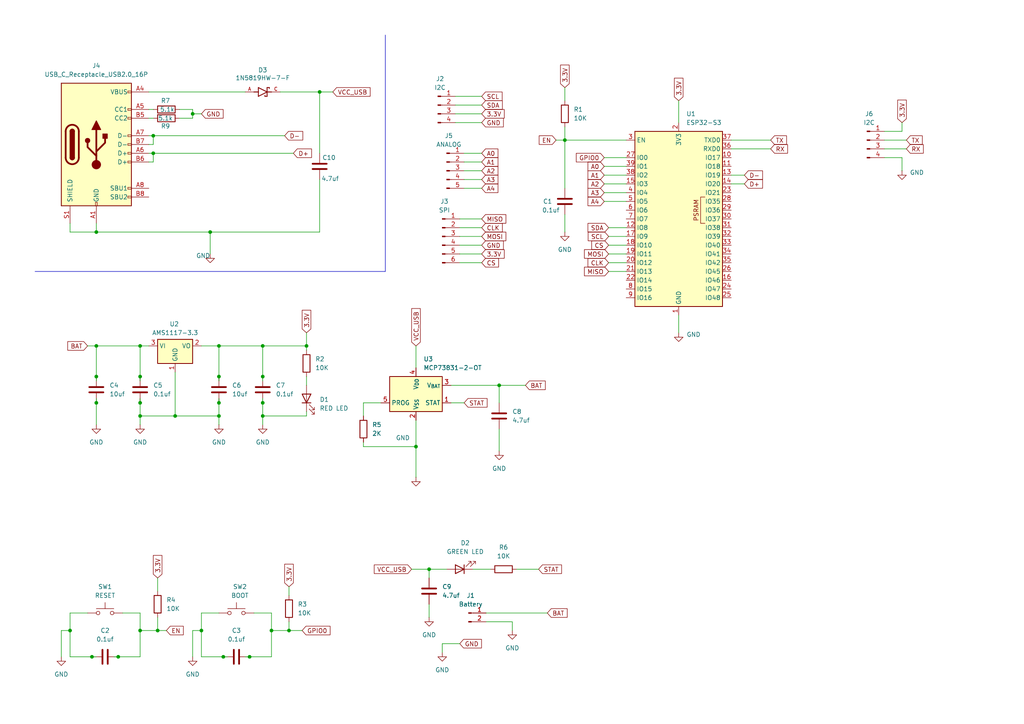
<source format=kicad_sch>
(kicad_sch (version 20231120) (generator "eeschema") (generator_version "8.0")
  (paper "A4")
  (title_block (date "2024-10-26"))
  (lib_symbols
    (symbol "1N5819HW-7-F:1N5819HW-7-F" (pin_names (offset 1.016))
      (property "Reference" "D" (at -5.08 2.54 0))
      (property "Value" "1N5819HW-7-F" (at -5.08 -3.81 0))
      (symbol "1N5819HW-7-F_0_0"
        (polyline (pts (xy -2.54 0) (xy -1.27 0)) (stroke (width 0.254)))
        (polyline (pts (xy -1.27 -1.27) (xy 1.27 0)) (stroke (width 0.254)))
        (polyline (pts (xy -1.27 0) (xy -1.27 -1.27)) (stroke (width 0.254)))
        (polyline (pts (xy -1.27 1.27) (xy -1.27 0)) (stroke (width 0.254)))
        (polyline (pts (xy 0.635 -1.016) (xy 0.635 -1.27)) (stroke (width 0.254)))
        (polyline (pts (xy 1.27 -1.27) (xy 0.635 -1.27)) (stroke (width 0.254)))
        (polyline (pts (xy 1.27 0) (xy -1.27 1.27)) (stroke (width 0.254)))
        (polyline (pts (xy 1.27 0) (xy 1.27 -1.27)) (stroke (width 0.254)))
        (polyline (pts (xy 1.27 1.27) (xy 1.27 0)) (stroke (width 0.254)))
        (polyline (pts (xy 1.905 1.27) (xy 1.27 1.27)) (stroke (width 0.254)))
        (polyline (pts (xy 1.905 1.27) (xy 1.905 1.016)) (stroke (width 0.254)))
        (polyline (pts (xy 2.54 0) (xy 1.27 0)) (stroke (width 0.254)))
        (pin passive line (at -5.08 0 0) (length 2.54) (name "~") (number "A"))
        (pin passive line (at 5.08 0 180) (length 2.54) (name "~") (number "C"))
      )
    )
    (symbol "Battery_Management:MCP73831-2-OT"
      (property "Reference" "U" (at -7.62 6.35 0))
      (property "Value" "MCP73831-2-OT" (at 1.27 6.35 0))
      (symbol "MCP73831-2-OT_0_1"
        (rectangle (start -7.62 5.08) (end 7.62 -5.08) (stroke (width 0.254)) (fill (type background)))
      )
      (symbol "MCP73831-2-OT_1_1"
        (pin tri_state line (at 10.16 -2.54 180) (length 2.54) (name "STAT") (number "1"))
        (pin power_in line (at 0 -7.62 90) (length 2.54) (name "V_{SS}") (number "2"))
        (pin power_out line (at 10.16 2.54 180) (length 2.54) (name "V_{BAT}") (number "3"))
        (pin power_in line (at 0 7.62 270) (length 2.54) (name "V_{DD}") (number "4"))
        (pin input line (at -10.16 -2.54 0) (length 2.54) (name "PROG") (number "5"))
      )
    )
    (symbol "Connector:Conn_01x02_Pin" (pin_names (offset 1.016) hide)
      (property "Reference" "J" (at 0 2.54 0))
      (property "Value" "Conn_01x02_Pin" (at 0 -5.08 0))
      (symbol "Conn_01x02_Pin_1_1"
        (polyline (pts (xy 1.27 -2.54) (xy 0.8636 -2.54)) (stroke (width 0.1524)))
        (polyline (pts (xy 1.27 0) (xy 0.8636 0)) (stroke (width 0.1524)))
        (rectangle (start 0.8636 -2.413) (end 0 -2.667) (stroke (width 0.1524)) (fill (type outline)))
        (rectangle (start 0.8636 0.127) (end 0 -0.127) (stroke (width 0.1524)) (fill (type outline)))
        (pin passive line (at 5.08 0 180) (length 3.81) (name "Pin_1") (number "1"))
        (pin passive line (at 5.08 -2.54 180) (length 3.81) (name "Pin_2") (number "2"))
      )
    )
    (symbol "Connector:Conn_01x04_Pin" (pin_names (offset 1.016) hide)
      (property "Reference" "J" (at 0 5.08 0))
      (property "Value" "Conn_01x04_Pin" (at 0 -7.62 0))
      (symbol "Conn_01x04_Pin_1_1"
        (polyline (pts (xy 1.27 -5.08) (xy 0.8636 -5.08)) (stroke (width 0.1524)))
        (polyline (pts (xy 1.27 -2.54) (xy 0.8636 -2.54)) (stroke (width 0.1524)))
        (polyline (pts (xy 1.27 0) (xy 0.8636 0)) (stroke (width 0.1524)))
        (polyline (pts (xy 1.27 2.54) (xy 0.8636 2.54)) (stroke (width 0.1524)))
        (rectangle (start 0.8636 -4.953) (end 0 -5.207) (stroke (width 0.1524)) (fill (type outline)))
        (rectangle (start 0.8636 -2.413) (end 0 -2.667) (stroke (width 0.1524)) (fill (type outline)))
        (rectangle (start 0.8636 0.127) (end 0 -0.127) (stroke (width 0.1524)) (fill (type outline)))
        (rectangle (start 0.8636 2.667) (end 0 2.413) (stroke (width 0.1524)) (fill (type outline)))
        (pin passive line (at 5.08 2.54 180) (length 3.81) (name "Pin_1") (number "1"))
        (pin passive line (at 5.08 0 180) (length 3.81) (name "Pin_2") (number "2"))
        (pin passive line (at 5.08 -2.54 180) (length 3.81) (name "Pin_3") (number "3"))
        (pin passive line (at 5.08 -5.08 180) (length 3.81) (name "Pin_4") (number "4"))
      )
    )
    (symbol "Connector:Conn_01x05_Pin" (pin_names (offset 1.016) hide)
      (property "Reference" "J" (at 0 7.62 0))
      (property "Value" "Conn_01x05_Pin" (at 0 -7.62 0))
      (symbol "Conn_01x05_Pin_1_1"
        (polyline (pts (xy 1.27 -5.08) (xy 0.8636 -5.08)) (stroke (width 0.1524)))
        (polyline (pts (xy 1.27 -2.54) (xy 0.8636 -2.54)) (stroke (width 0.1524)))
        (polyline (pts (xy 1.27 0) (xy 0.8636 0)) (stroke (width 0.1524)))
        (polyline (pts (xy 1.27 2.54) (xy 0.8636 2.54)) (stroke (width 0.1524)))
        (polyline (pts (xy 1.27 5.08) (xy 0.8636 5.08)) (stroke (width 0.1524)))
        (rectangle (start 0.8636 -4.953) (end 0 -5.207) (stroke (width 0.1524)) (fill (type outline)))
        (rectangle (start 0.8636 -2.413) (end 0 -2.667) (stroke (width 0.1524)) (fill (type outline)))
        (rectangle (start 0.8636 0.127) (end 0 -0.127) (stroke (width 0.1524)) (fill (type outline)))
        (rectangle (start 0.8636 2.667) (end 0 2.413) (stroke (width 0.1524)) (fill (type outline)))
        (rectangle (start 0.8636 5.207) (end 0 4.953) (stroke (width 0.1524)) (fill (type outline)))
        (pin passive line (at 5.08 5.08 180) (length 3.81) (name "Pin_1") (number "1"))
        (pin passive line (at 5.08 2.54 180) (length 3.81) (name "Pin_2") (number "2"))
        (pin passive line (at 5.08 0 180) (length 3.81) (name "Pin_3") (number "3"))
        (pin passive line (at 5.08 -2.54 180) (length 3.81) (name "Pin_4") (number "4"))
        (pin passive line (at 5.08 -5.08 180) (length 3.81) (name "Pin_5") (number "5"))
      )
    )
    (symbol "Connector:Conn_01x06_Pin" (pin_names (offset 1.016) hide)
      (property "Reference" "J" (at 0 7.62 0))
      (property "Value" "Conn_01x06_Pin" (at 0 -10.16 0))
      (symbol "Conn_01x06_Pin_1_1"
        (polyline (pts (xy 1.27 -7.62) (xy 0.8636 -7.62)) (stroke (width 0.1524)))
        (polyline (pts (xy 1.27 -5.08) (xy 0.8636 -5.08)) (stroke (width 0.1524)))
        (polyline (pts (xy 1.27 -2.54) (xy 0.8636 -2.54)) (stroke (width 0.1524)))
        (polyline (pts (xy 1.27 0) (xy 0.8636 0)) (stroke (width 0.1524)))
        (polyline (pts (xy 1.27 2.54) (xy 0.8636 2.54)) (stroke (width 0.1524)))
        (polyline (pts (xy 1.27 5.08) (xy 0.8636 5.08)) (stroke (width 0.1524)))
        (rectangle (start 0.8636 -7.493) (end 0 -7.747) (stroke (width 0.1524)) (fill (type outline)))
        (rectangle (start 0.8636 -4.953) (end 0 -5.207) (stroke (width 0.1524)) (fill (type outline)))
        (rectangle (start 0.8636 -2.413) (end 0 -2.667) (stroke (width 0.1524)) (fill (type outline)))
        (rectangle (start 0.8636 0.127) (end 0 -0.127) (stroke (width 0.1524)) (fill (type outline)))
        (rectangle (start 0.8636 2.667) (end 0 2.413) (stroke (width 0.1524)) (fill (type outline)))
        (rectangle (start 0.8636 5.207) (end 0 4.953) (stroke (width 0.1524)) (fill (type outline)))
        (pin passive line (at 5.08 5.08 180) (length 3.81) (name "Pin_1") (number "1"))
        (pin passive line (at 5.08 2.54 180) (length 3.81) (name "Pin_2") (number "2"))
        (pin passive line (at 5.08 0 180) (length 3.81) (name "Pin_3") (number "3"))
        (pin passive line (at 5.08 -2.54 180) (length 3.81) (name "Pin_4") (number "4"))
        (pin passive line (at 5.08 -5.08 180) (length 3.81) (name "Pin_5") (number "5"))
        (pin passive line (at 5.08 -7.62 180) (length 3.81) (name "Pin_6") (number "6"))
      )
    )
    (symbol "Connector:USB_C_Receptacle_USB2.0_16P" (pin_names (offset 1.016))
      (property "Reference" "J" (at 0 22.225 0))
      (property "Value" "USB_C_Receptacle_USB2.0_16P" (at 0 19.685 0))
      (symbol "USB_C_Receptacle_USB2.0_16P_0_0"
        (rectangle (start -0.254 -17.78) (end 0.254 -16.764))
        (rectangle (start 10.16 -14.986) (end 9.144 -15.494))
        (rectangle (start 10.16 -12.446) (end 9.144 -12.954))
        (rectangle (start 10.16 -4.826) (end 9.144 -5.334))
        (rectangle (start 10.16 -2.286) (end 9.144 -2.794))
        (rectangle (start 10.16 0.254) (end 9.144 -0.254))
        (rectangle (start 10.16 2.794) (end 9.144 2.286))
        (rectangle (start 10.16 7.874) (end 9.144 7.366))
        (rectangle (start 10.16 10.414) (end 9.144 9.906))
        (rectangle (start 10.16 15.494) (end 9.144 14.986))
      )
      (symbol "USB_C_Receptacle_USB2.0_16P_0_1"
        (rectangle (start -10.16 17.78) (end 10.16 -17.78) (stroke (width 0.254)) (fill (type background)))
        (arc (start -8.89 -3.81) (mid -6.985 -5.7067) (end -5.08 -3.81) (stroke (width 0.508)))
        (arc (start -7.62 -3.81) (mid -6.985 -4.4423) (end -6.35 -3.81) (stroke (width 0.254)))
        (arc (start -7.62 -3.81) (mid -6.985 -4.4423) (end -6.35 -3.81) (stroke (width 0.254)) (fill (type outline)))
        (rectangle (start -7.62 -3.81) (end -6.35 3.81) (stroke (width 0.254)) (fill (type outline)))
        (arc (start -6.35 3.81) (mid -6.985 4.4423) (end -7.62 3.81) (stroke (width 0.254)))
        (arc (start -6.35 3.81) (mid -6.985 4.4423) (end -7.62 3.81) (stroke (width 0.254)) (fill (type outline)))
        (arc (start -5.08 3.81) (mid -6.985 5.7067) (end -8.89 3.81) (stroke (width 0.508)))
        (circle (center -2.54 1.143) (radius 0.635) (stroke (width 0.254)) (fill (type outline)))
        (circle (center 0 -5.842) (radius 1.27) (fill (type outline)))
        (polyline (pts (xy -8.89 -3.81) (xy -8.89 3.81)) (stroke (width 0.508)))
        (polyline (pts (xy -5.08 3.81) (xy -5.08 -3.81)) (stroke (width 0.508)))
        (polyline (pts (xy 0 -5.842) (xy 0 4.318)) (stroke (width 0.508)))
        (polyline (pts (xy 0 -3.302) (xy -2.54 -0.762) (xy -2.54 0.508)) (stroke (width 0.508)))
        (polyline (pts (xy 0 -2.032) (xy 2.54 0.508) (xy 2.54 1.778)) (stroke (width 0.508)))
        (polyline (pts (xy -1.27 4.318) (xy 0 6.858) (xy 1.27 4.318) (xy -1.27 4.318)) (stroke (width 0.254)) (fill (type outline)))
        (rectangle (start 1.905 1.778) (end 3.175 3.048) (stroke (width 0.254)) (fill (type outline)))
      )
      (symbol "USB_C_Receptacle_USB2.0_16P_1_1"
        (pin passive line (at 0 -22.86 90) (length 5.08) (name "GND") (number "A1"))
        (pin passive line (at 0 -22.86 90) (length 5.08) hide (name "GND") (number "A12"))
        (pin passive line (at 15.24 15.24 180) (length 5.08) (name "VBUS") (number "A4"))
        (pin bidirectional line (at 15.24 10.16 180) (length 5.08) (name "CC1") (number "A5"))
        (pin bidirectional line (at 15.24 -2.54 180) (length 5.08) (name "D+") (number "A6"))
        (pin bidirectional line (at 15.24 2.54 180) (length 5.08) (name "D-") (number "A7"))
        (pin bidirectional line (at 15.24 -12.7 180) (length 5.08) (name "SBU1") (number "A8"))
        (pin passive line (at 15.24 15.24 180) (length 5.08) hide (name "VBUS") (number "A9"))
        (pin passive line (at 0 -22.86 90) (length 5.08) hide (name "GND") (number "B1"))
        (pin passive line (at 0 -22.86 90) (length 5.08) hide (name "GND") (number "B12"))
        (pin passive line (at 15.24 15.24 180) (length 5.08) hide (name "VBUS") (number "B4"))
        (pin bidirectional line (at 15.24 7.62 180) (length 5.08) (name "CC2") (number "B5"))
        (pin bidirectional line (at 15.24 -5.08 180) (length 5.08) (name "D+") (number "B6"))
        (pin bidirectional line (at 15.24 0 180) (length 5.08) (name "D-") (number "B7"))
        (pin bidirectional line (at 15.24 -15.24 180) (length 5.08) (name "SBU2") (number "B8"))
        (pin passive line (at 15.24 15.24 180) (length 5.08) hide (name "VBUS") (number "B9"))
        (pin passive line (at -7.62 -22.86 90) (length 5.08) (name "SHIELD") (number "S1"))
      )
    )
    (symbol "Device:C" (pin_numbers hide) (pin_names (offset 0.254))
      (property "Reference" "C" (at 0.635 2.54 0))
      (property "Value" "C" (at 0.635 -2.54 0))
      (symbol "C_0_1"
        (polyline (pts (xy -2.032 -0.762) (xy 2.032 -0.762)) (stroke (width 0.508)))
        (polyline (pts (xy -2.032 0.762) (xy 2.032 0.762)) (stroke (width 0.508)))
      )
      (symbol "C_1_1"
        (pin passive line (at 0 3.81 270) (length 2.794) (name "~") (number "1"))
        (pin passive line (at 0 -3.81 90) (length 2.794) (name "~") (number "2"))
      )
    )
    (symbol "Device:R" (pin_numbers hide) (pin_names (offset 0))
      (property "Reference" "R" (at 2.032 0 90))
      (property "Value" "R" (at 0 0 90))
      (symbol "R_0_1"
        (rectangle (start -1.016 -2.54) (end 1.016 2.54) (stroke (width 0.254)))
      )
      (symbol "R_1_1"
        (pin passive line (at 0 3.81 270) (length 1.27) (name "~") (number "1"))
        (pin passive line (at 0 -3.81 90) (length 1.27) (name "~") (number "2"))
      )
    )
    (symbol "LED:IR26-21C_L110_TR8" (pin_numbers hide) (pin_names (offset 1.016) hide)
      (property "Reference" "D" (at 0 2.54 0))
      (property "Value" "IR26-21C_L110_TR8" (at 0 -3.81 0))
      (symbol "IR26-21C_L110_TR8_0_1"
        (polyline (pts (xy -1.27 -1.27) (xy -1.27 1.27)) (stroke (width 0.254)))
        (polyline (pts (xy -1.27 0) (xy 1.27 0)))
        (polyline (pts (xy 1.27 -1.27) (xy 1.27 1.27) (xy -1.27 0) (xy 1.27 -1.27)) (stroke (width 0.254)))
        (polyline (pts (xy -3.048 -0.762) (xy -4.572 -2.286) (xy -3.81 -2.286) (xy -4.572 -2.286) (xy -4.572 -1.524)))
        (polyline (pts (xy -1.778 -0.762) (xy -3.302 -2.286) (xy -2.54 -2.286) (xy -3.302 -2.286) (xy -3.302 -1.524)))
      )
      (symbol "IR26-21C_L110_TR8_1_1"
        (pin passive line (at -3.81 0 0) (length 2.54) (name "K") (number "1"))
        (pin passive line (at 3.81 0 180) (length 2.54) (name "A") (number "2"))
      )
    )
    (symbol "RF_Module:ESP32-S3-WROOM-1"
      (property "Reference" "U" (at -12.7 26.67 0))
      (property "Value" "ESP32-S3-WROOM-1" (at 12.7 26.67 0))
      (symbol "ESP32-S3-WROOM-1_0_0"
        (rectangle (start -12.7 25.4) (end 12.7 -25.4) (stroke (width 0.254)) (fill (type background)))
        (text "PSRAM" (at 5.08 2.54 900) (effects (font (size 1.27 1.27))))
      )
      (symbol "ESP32-S3-WROOM-1_0_1"
        (polyline (pts (xy 7.62 -1.27) (xy 6.35 -1.27) (xy 6.35 6.35) (xy 7.62 6.35)))
      )
      (symbol "ESP32-S3-WROOM-1_1_1"
        (pin power_in line (at 0 -27.94 90) (length 2.54) (name "GND") (number "1"))
        (pin bidirectional line (at 15.24 17.78 180) (length 2.54) (name "IO17") (number "10"))
        (pin bidirectional line (at 15.24 15.24 180) (length 2.54) (name "IO18") (number "11"))
        (pin bidirectional line (at -15.24 -2.54 0) (length 2.54) (name "IO8") (number "12"))
        (pin bidirectional line (at 15.24 12.7 180) (length 2.54) (name "IO19") (number "13"))
        (pin bidirectional line (at 15.24 10.16 180) (length 2.54) (name "IO20") (number "14"))
        (pin bidirectional line (at -15.24 10.16 0) (length 2.54) (name "IO3") (number "15"))
        (pin bidirectional line (at 15.24 -17.78 180) (length 2.54) (name "IO46") (number "16"))
        (pin bidirectional line (at -15.24 -5.08 0) (length 2.54) (name "IO9") (number "17"))
        (pin bidirectional line (at -15.24 -7.62 0) (length 2.54) (name "IO10") (number "18"))
        (pin bidirectional line (at -15.24 -10.16 0) (length 2.54) (name "IO11") (number "19"))
        (pin power_in line (at 0 27.94 270) (length 2.54) (name "3V3") (number "2"))
        (pin bidirectional line (at -15.24 -12.7 0) (length 2.54) (name "IO12") (number "20"))
        (pin bidirectional line (at -15.24 -15.24 0) (length 2.54) (name "IO13") (number "21"))
        (pin bidirectional line (at -15.24 -17.78 0) (length 2.54) (name "IO14") (number "22"))
        (pin bidirectional line (at 15.24 7.62 180) (length 2.54) (name "IO21") (number "23"))
        (pin bidirectional line (at 15.24 -20.32 180) (length 2.54) (name "IO47") (number "24"))
        (pin bidirectional line (at 15.24 -22.86 180) (length 2.54) (name "IO48") (number "25"))
        (pin bidirectional line (at 15.24 -15.24 180) (length 2.54) (name "IO45") (number "26"))
        (pin bidirectional line (at -15.24 17.78 0) (length 2.54) (name "IO0") (number "27"))
        (pin bidirectional line (at 15.24 5.08 180) (length 2.54) (name "IO35") (number "28"))
        (pin bidirectional line (at 15.24 2.54 180) (length 2.54) (name "IO36") (number "29"))
        (pin input line (at -15.24 22.86 0) (length 2.54) (name "EN") (number "3"))
        (pin bidirectional line (at 15.24 0 180) (length 2.54) (name "IO37") (number "30"))
        (pin bidirectional line (at 15.24 -2.54 180) (length 2.54) (name "IO38") (number "31"))
        (pin bidirectional line (at 15.24 -5.08 180) (length 2.54) (name "IO39") (number "32"))
        (pin bidirectional line (at 15.24 -7.62 180) (length 2.54) (name "IO40") (number "33"))
        (pin bidirectional line (at 15.24 -10.16 180) (length 2.54) (name "IO41") (number "34"))
        (pin bidirectional line (at 15.24 -12.7 180) (length 2.54) (name "IO42") (number "35"))
        (pin bidirectional line (at 15.24 20.32 180) (length 2.54) (name "RXD0") (number "36"))
        (pin bidirectional line (at 15.24 22.86 180) (length 2.54) (name "TXD0") (number "37"))
        (pin bidirectional line (at -15.24 12.7 0) (length 2.54) (name "IO2") (number "38"))
        (pin bidirectional line (at -15.24 15.24 0) (length 2.54) (name "IO1") (number "39"))
        (pin bidirectional line (at -15.24 7.62 0) (length 2.54) (name "IO4") (number "4"))
        (pin passive line (at 0 -27.94 90) (length 2.54) hide (name "GND") (number "40"))
        (pin passive line (at 0 -27.94 90) (length 2.54) hide (name "GND") (number "41"))
        (pin bidirectional line (at -15.24 5.08 0) (length 2.54) (name "IO5") (number "5"))
        (pin bidirectional line (at -15.24 2.54 0) (length 2.54) (name "IO6") (number "6"))
        (pin bidirectional line (at -15.24 0 0) (length 2.54) (name "IO7") (number "7"))
        (pin bidirectional line (at -15.24 -20.32 0) (length 2.54) (name "IO15") (number "8"))
        (pin bidirectional line (at -15.24 -22.86 0) (length 2.54) (name "IO16") (number "9"))
      )
    )
    (symbol "Regulator_Linear:AMS1117-3.3"
      (property "Reference" "U" (at -3.81 3.175 0))
      (property "Value" "AMS1117-3.3" (at 0 3.175 0))
      (symbol "AMS1117-3.3_0_1"
        (rectangle (start -5.08 -5.08) (end 5.08 1.905) (stroke (width 0.254)) (fill (type background)))
      )
      (symbol "AMS1117-3.3_1_1"
        (pin power_in line (at 0 -7.62 90) (length 2.54) (name "GND") (number "1"))
        (pin power_out line (at 7.62 0 180) (length 2.54) (name "VO") (number "2"))
        (pin power_in line (at -7.62 0 0) (length 2.54) (name "VI") (number "3"))
      )
    )
    (symbol "Switch:SW_Push" (pin_numbers hide) (pin_names (offset 1.016) hide)
      (property "Reference" "SW" (at 1.27 2.54 0))
      (property "Value" "SW_Push" (at 0 -1.524 0))
      (symbol "SW_Push_0_1"
        (circle (center -2.032 0) (radius 0.508))
        (polyline (pts (xy 0 1.27) (xy 0 3.048)))
        (polyline (pts (xy 2.54 1.27) (xy -2.54 1.27)))
        (circle (center 2.032 0) (radius 0.508))
        (pin passive line (at -5.08 0 0) (length 2.54) (name "1") (number "1"))
        (pin passive line (at 5.08 0 180) (length 2.54) (name "2") (number "2"))
      )
    )
    (symbol "power:GND" (power) (pin_numbers hide) (pin_names (offset 0) hide)
      (property "Value" "GND" (at 0 -3.81 0))
      (symbol "GND_0_1"
        (polyline (pts (xy 0 0) (xy 0 -1.27) (xy 1.27 -1.27) (xy 0 -2.54) (xy -1.27 -1.27) (xy 0 -1.27)))
      )
      (symbol "GND_1_1"
        (pin power_in line (at 0 0 270) (length 0) (name "~") (number "1"))
      )
    )
  )
  (junction (at 63.5 109.22))
  (junction (at 63.5 116.84))
  (junction (at 64.77 190.5))
  (junction (at 40.64 120.65))
  (junction (at 163.83 40.64))
  (junction (at 83.82 182.88))
  (junction (at 92.71 26.67))
  (junction (at 76.2 109.22))
  (junction (at 34.29 190.5))
  (junction (at 40.64 182.88))
  (junction (at 40.64 100.33))
  (junction (at 27.94 109.22))
  (junction (at 76.2 116.84))
  (junction (at 44.45 44.45))
  (junction (at 27.94 100.33))
  (junction (at 27.94 67.31))
  (junction (at 45.72 182.88))
  (junction (at 76.2 100.33))
  (junction (at 44.45 39.37))
  (junction (at 72.39 190.5))
  (junction (at 76.2 120.65))
  (junction (at 144.78 111.76))
  (junction (at 60.96 67.31))
  (junction (at 124.46 165.1))
  (junction (at 120.65 129.54))
  (junction (at 63.5 100.33))
  (junction (at 88.9 100.33))
  (junction (at 40.64 109.22))
  (junction (at 50.8 120.65))
  (junction (at 20.32 182.88))
  (junction (at 55.88 33.02))
  (junction (at 26.67 190.5))
  (junction (at 40.64 116.84))
  (junction (at 78.74 182.88))
  (junction (at 58.42 182.88))
  (junction (at 27.94 116.84))
  (junction (at 63.5 120.65))
  (wire (pts (xy 25.4 100.33) (xy 27.94 100.33)))
  (wire (pts (xy 133.35 68.58) (xy 139.7 68.58)))
  (wire (pts (xy 124.46 175.26) (xy 124.46 179.07)))
  (wire (pts (xy 40.64 182.88) (xy 40.64 190.5)))
  (wire (pts (xy 63.5 120.65) (xy 63.5 123.19)))
  (wire (pts (xy 120.65 129.54) (xy 120.65 138.43)))
  (wire (pts (xy 110.49 116.84) (xy 105.41 116.84)))
  (wire (pts (xy 256.54 40.64) (xy 262.89 40.64)))
  (wire (pts (xy 40.64 120.65) (xy 50.8 120.65)))
  (wire (pts (xy 43.18 34.29) (xy 44.45 34.29)))
  (wire (pts (xy 163.83 40.64) (xy 163.83 54.61)))
  (wire (pts (xy 40.64 177.8) (xy 40.64 182.88)))
  (wire (pts (xy 44.45 46.99) (xy 43.18 46.99)))
  (wire (pts (xy 137.16 165.1) (xy 142.24 165.1)))
  (wire (pts (xy 105.41 116.84) (xy 105.41 120.65)))
  (wire (pts (xy 176.53 68.58) (xy 181.61 68.58)))
  (wire (pts (xy 161.29 40.64) (xy 163.83 40.64)))
  (wire (pts (xy 163.83 62.23) (xy 163.83 67.31)))
  (wire (pts (xy 176.53 71.12) (xy 181.61 71.12)))
  (wire (pts (xy 76.2 120.65) (xy 76.2 123.19)))
  (wire (pts (xy 45.72 182.88) (xy 48.26 182.88)))
  (wire (pts (xy 40.64 116.84) (xy 40.64 120.65)))
  (wire (pts (xy 163.83 40.64) (xy 181.61 40.64)))
  (wire (pts (xy 144.78 124.46) (xy 144.78 130.81)))
  (wire (pts (xy 27.94 109.22) (xy 27.94 110.49)))
  (wire (pts (xy 17.78 190.5) (xy 17.78 182.88)))
  (wire (pts (xy 58.42 182.88) (xy 58.42 190.5)))
  (wire (pts (xy 256.54 45.72) (xy 261.62 45.72)))
  (wire (pts (xy 212.09 40.64) (xy 223.52 40.64)))
  (wire (pts (xy 63.5 116.84) (xy 63.5 120.65)))
  (wire (pts (xy 50.8 120.65) (xy 63.5 120.65)))
  (wire (pts (xy 43.18 26.67) (xy 71.12 26.67)))
  (wire (pts (xy 261.62 35.56) (xy 261.62 38.1)))
  (wire (pts (xy 132.08 27.94) (xy 139.7 27.94)))
  (wire (pts (xy 63.5 177.8) (xy 58.42 177.8)))
  (wire (pts (xy 27.94 100.33) (xy 40.64 100.33)))
  (wire (pts (xy 50.8 107.95) (xy 50.8 120.65)))
  (wire (pts (xy 163.83 36.83) (xy 163.83 40.64)))
  (wire (pts (xy 163.83 25.4) (xy 163.83 29.21)))
  (wire (pts (xy 20.32 64.77) (xy 20.32 67.31)))
  (wire (pts (xy 40.64 120.65) (xy 40.64 123.19)))
  (wire (pts (xy 34.29 190.5) (xy 40.64 190.5)))
  (wire (pts (xy 27.94 67.31) (xy 60.96 67.31)))
  (wire (pts (xy 120.65 100.33) (xy 120.65 106.68)))
  (wire (pts (xy 175.26 48.26) (xy 181.61 48.26)))
  (wire (pts (xy 149.86 165.1) (xy 156.21 165.1)))
  (wire (pts (xy 133.35 66.04) (xy 139.7 66.04)))
  (wire (pts (xy 55.88 182.88) (xy 58.42 182.88)))
  (wire (pts (xy 40.64 100.33) (xy 43.18 100.33)))
  (wire (pts (xy 26.67 190.5) (xy 27.94 190.5)))
  (wire (pts (xy 60.96 67.31) (xy 60.96 73.66)))
  (wire (pts (xy 132.08 33.02) (xy 139.7 33.02)))
  (wire (pts (xy 212.09 43.18) (xy 223.52 43.18)))
  (wire (pts (xy 96.52 26.67) (xy 92.71 26.67)))
  (polyline (pts (xy 10.16 78.74) (xy 111.76 78.74)))
  (wire (pts (xy 134.62 52.07) (xy 139.7 52.07)))
  (wire (pts (xy 105.41 129.54) (xy 120.65 129.54)))
  (wire (pts (xy 64.77 190.5) (xy 66.04 190.5)))
  (wire (pts (xy 83.82 182.88) (xy 87.63 182.88)))
  (wire (pts (xy 92.71 52.07) (xy 92.71 67.31)))
  (wire (pts (xy 45.72 167.64) (xy 45.72 171.45)))
  (wire (pts (xy 256.54 38.1) (xy 261.62 38.1)))
  (wire (pts (xy 58.42 100.33) (xy 63.5 100.33)))
  (wire (pts (xy 25.4 177.8) (xy 20.32 177.8)))
  (wire (pts (xy 176.53 66.04) (xy 181.61 66.04)))
  (wire (pts (xy 88.9 109.22) (xy 88.9 111.76)))
  (wire (pts (xy 124.46 165.1) (xy 129.54 165.1)))
  (wire (pts (xy 175.26 53.34) (xy 181.61 53.34)))
  (wire (pts (xy 20.32 67.31) (xy 27.94 67.31)))
  (wire (pts (xy 73.66 177.8) (xy 78.74 177.8)))
  (wire (pts (xy 256.54 43.18) (xy 262.89 43.18)))
  (wire (pts (xy 63.5 115.57) (xy 63.5 116.84)))
  (wire (pts (xy 76.2 109.22) (xy 76.2 110.49)))
  (wire (pts (xy 88.9 100.33) (xy 88.9 101.6)))
  (wire (pts (xy 175.26 45.72) (xy 181.61 45.72)))
  (wire (pts (xy 40.64 182.88) (xy 45.72 182.88)))
  (wire (pts (xy 176.53 76.2) (xy 181.61 76.2)))
  (wire (pts (xy 120.65 121.92) (xy 120.65 129.54)))
  (wire (pts (xy 43.18 39.37) (xy 44.45 39.37)))
  (wire (pts (xy 35.56 177.8) (xy 40.64 177.8)))
  (wire (pts (xy 55.88 33.02) (xy 55.88 34.29)))
  (wire (pts (xy 43.18 31.75) (xy 44.45 31.75)))
  (wire (pts (xy 76.2 120.65) (xy 88.9 120.65)))
  (wire (pts (xy 124.46 165.1) (xy 124.46 167.64)))
  (wire (pts (xy 44.45 39.37) (xy 82.55 39.37)))
  (wire (pts (xy 27.94 64.77) (xy 27.94 67.31)))
  (wire (pts (xy 212.09 50.8) (xy 215.9 50.8)))
  (wire (pts (xy 20.32 177.8) (xy 20.32 182.88)))
  (wire (pts (xy 43.18 41.91) (xy 44.45 41.91)))
  (wire (pts (xy 196.85 91.44) (xy 196.85 96.52)))
  (wire (pts (xy 52.07 34.29) (xy 55.88 34.29)))
  (wire (pts (xy 76.2 100.33) (xy 76.2 109.22)))
  (wire (pts (xy 83.82 170.18) (xy 83.82 172.72)))
  (wire (pts (xy 55.88 31.75) (xy 55.88 33.02)))
  (wire (pts (xy 196.85 29.21) (xy 196.85 35.56)))
  (wire (pts (xy 27.94 116.84) (xy 27.94 123.19)))
  (wire (pts (xy 119.38 165.1) (xy 124.46 165.1)))
  (wire (pts (xy 58.42 177.8) (xy 58.42 182.88)))
  (wire (pts (xy 134.62 49.53) (xy 139.7 49.53)))
  (wire (pts (xy 72.39 190.5) (xy 78.74 190.5)))
  (wire (pts (xy 133.35 71.12) (xy 139.7 71.12)))
  (wire (pts (xy 144.78 111.76) (xy 152.4 111.76)))
  (polyline (pts (xy 111.76 10.16) (xy 111.76 78.74)))
  (wire (pts (xy 92.71 26.67) (xy 92.71 44.45)))
  (wire (pts (xy 148.59 180.34) (xy 148.59 182.88)))
  (wire (pts (xy 134.62 54.61) (xy 139.7 54.61)))
  (wire (pts (xy 44.45 39.37) (xy 44.45 41.91)))
  (wire (pts (xy 81.28 26.67) (xy 92.71 26.67)))
  (wire (pts (xy 130.81 111.76) (xy 144.78 111.76)))
  (wire (pts (xy 44.45 44.45) (xy 43.18 44.45)))
  (wire (pts (xy 63.5 100.33) (xy 63.5 109.22)))
  (wire (pts (xy 78.74 182.88) (xy 83.82 182.88)))
  (wire (pts (xy 88.9 96.52) (xy 88.9 100.33)))
  (wire (pts (xy 58.42 190.5) (xy 64.77 190.5)))
  (wire (pts (xy 105.41 128.27) (xy 105.41 129.54)))
  (wire (pts (xy 63.5 100.33) (xy 76.2 100.33)))
  (wire (pts (xy 63.5 109.22) (xy 63.5 110.49)))
  (wire (pts (xy 176.53 78.74) (xy 181.61 78.74)))
  (wire (pts (xy 212.09 53.34) (xy 215.9 53.34)))
  (wire (pts (xy 132.08 30.48) (xy 139.7 30.48)))
  (wire (pts (xy 76.2 116.84) (xy 76.2 120.65)))
  (wire (pts (xy 133.35 73.66) (xy 139.7 73.66)))
  (wire (pts (xy 40.64 109.22) (xy 40.64 110.49)))
  (wire (pts (xy 83.82 180.34) (xy 83.82 182.88)))
  (wire (pts (xy 140.97 177.8) (xy 158.75 177.8)))
  (wire (pts (xy 40.64 115.57) (xy 40.64 116.84)))
  (wire (pts (xy 132.08 35.56) (xy 139.7 35.56)))
  (wire (pts (xy 128.27 189.23) (xy 128.27 186.69)))
  (wire (pts (xy 88.9 119.38) (xy 88.9 120.65)))
  (wire (pts (xy 140.97 180.34) (xy 148.59 180.34)))
  (wire (pts (xy 76.2 100.33) (xy 88.9 100.33)))
  (wire (pts (xy 55.88 33.02) (xy 58.42 33.02)))
  (wire (pts (xy 55.88 190.5) (xy 55.88 182.88)))
  (wire (pts (xy 52.07 31.75) (xy 55.88 31.75)))
  (wire (pts (xy 44.45 44.45) (xy 85.09 44.45)))
  (wire (pts (xy 27.94 115.57) (xy 27.94 116.84)))
  (wire (pts (xy 76.2 115.57) (xy 76.2 116.84)))
  (wire (pts (xy 144.78 111.76) (xy 144.78 116.84)))
  (wire (pts (xy 60.96 67.31) (xy 92.71 67.31)))
  (wire (pts (xy 45.72 179.07) (xy 45.72 182.88)))
  (wire (pts (xy 176.53 73.66) (xy 181.61 73.66)))
  (wire (pts (xy 134.62 44.45) (xy 139.7 44.45)))
  (wire (pts (xy 133.35 76.2) (xy 139.7 76.2)))
  (wire (pts (xy 261.62 45.72) (xy 261.62 49.53)))
  (wire (pts (xy 44.45 44.45) (xy 44.45 46.99)))
  (wire (pts (xy 175.26 50.8) (xy 181.61 50.8)))
  (wire (pts (xy 17.78 182.88) (xy 20.32 182.88)))
  (wire (pts (xy 33.02 190.5) (xy 34.29 190.5)))
  (wire (pts (xy 128.27 186.69) (xy 133.35 186.69)))
  (wire (pts (xy 27.94 100.33) (xy 27.94 109.22)))
  (wire (pts (xy 134.62 46.99) (xy 139.7 46.99)))
  (wire (pts (xy 78.74 182.88) (xy 78.74 190.5)))
  (wire (pts (xy 130.81 116.84) (xy 134.62 116.84)))
  (wire (pts (xy 20.32 190.5) (xy 26.67 190.5)))
  (wire (pts (xy 71.12 190.5) (xy 72.39 190.5)))
  (wire (pts (xy 78.74 177.8) (xy 78.74 182.88)))
  (wire (pts (xy 20.32 182.88) (xy 20.32 190.5)))
  (wire (pts (xy 175.26 58.42) (xy 181.61 58.42)))
  (wire (pts (xy 133.35 63.5) (xy 139.7 63.5)))
  (wire (pts (xy 175.26 55.88) (xy 181.61 55.88)))
  (wire (pts (xy 40.64 100.33) (xy 40.64 109.22)))
  (global_label "A4" (shape input) (at 175.26 58.42 180) (property "Intersheetrefs" "${INTERSHEET_REFS}" (effects (hide yes))))
  (global_label "3.3V" (shape input) (at 261.62 35.56 90) (property "Intersheetrefs" "${INTERSHEET_REFS}" (effects (hide yes))))
  (global_label "VCC_USB" (shape input) (at 119.38 165.1 180) (property "Intersheetrefs" "${INTERSHEET_REFS}" (effects (hide yes))))
  (global_label "TX" (shape input) (at 223.52 40.64 0) (property "Intersheetrefs" "${INTERSHEET_REFS}" (effects (hide yes))))
  (global_label "SCL" (shape input) (at 139.7 27.94 0) (property "Intersheetrefs" "${INTERSHEET_REFS}" (effects (hide yes))))
  (global_label "VCC_USB" (shape input) (at 96.52 26.67 0) (property "Intersheetrefs" "${INTERSHEET_REFS}" (effects (hide yes))))
  (global_label "D+" (shape input) (at 85.09 44.45 0) (property "Intersheetrefs" "${INTERSHEET_REFS}" (effects (hide yes))))
  (global_label "3.3V" (shape input) (at 88.9 96.52 90) (property "Intersheetrefs" "${INTERSHEET_REFS}" (effects (hide yes))))
  (global_label "GND" (shape input) (at 133.35 186.69 0) (property "Intersheetrefs" "${INTERSHEET_REFS}" (effects (hide yes))))
  (global_label "CLK" (shape input) (at 176.53 76.2 180) (effects (font (thickness 0.1588))) (property "Intersheetrefs" "${INTERSHEET_REFS}" (effects (hide yes))))
  (global_label "A2" (shape input) (at 139.7 49.53 0) (property "Intersheetrefs" "${INTERSHEET_REFS}" (effects (hide yes))))
  (global_label "VCC_USB" (shape input) (at 120.65 100.33 90) (property "Intersheetrefs" "${INTERSHEET_REFS}" (effects (hide yes))))
  (global_label "MOSI" (shape input) (at 176.53 73.66 180) (effects (font (thickness 0.1588))) (property "Intersheetrefs" "${INTERSHEET_REFS}" (effects (hide yes))))
  (global_label "CLK" (shape input) (at 139.7 66.04 0) (effects (font (thickness 0.1588))) (property "Intersheetrefs" "${INTERSHEET_REFS}" (effects (hide yes))))
  (global_label "A0" (shape input) (at 139.7 44.45 0) (effects (font (thickness 0.1588))) (property "Intersheetrefs" "${INTERSHEET_REFS}" (effects (hide yes))))
  (global_label "A0" (shape input) (at 175.26 48.26 180) (effects (font (thickness 0.1588))) (property "Intersheetrefs" "${INTERSHEET_REFS}" (effects (hide yes))))
  (global_label "GND" (shape input) (at 139.7 71.12 0) (property "Intersheetrefs" "${INTERSHEET_REFS}" (effects (hide yes))))
  (global_label "GPIO0" (shape input) (at 87.63 182.88 0) (property "Intersheetrefs" "${INTERSHEET_REFS}" (effects (hide yes))))
  (global_label "GND" (shape input) (at 58.42 33.02 0) (property "Intersheetrefs" "${INTERSHEET_REFS}" (effects (hide yes))))
  (global_label "D+" (shape input) (at 215.9 53.34 0) (property "Intersheetrefs" "${INTERSHEET_REFS}" (effects (hide yes))))
  (global_label "SDA" (shape input) (at 139.7 30.48 0) (property "Intersheetrefs" "${INTERSHEET_REFS}" (effects (hide yes))))
  (global_label "STAT" (shape input) (at 134.62 116.84 0) (property "Intersheetrefs" "${INTERSHEET_REFS}" (effects (hide yes))))
  (global_label "A3" (shape input) (at 175.26 55.88 180) (property "Intersheetrefs" "${INTERSHEET_REFS}" (effects (hide yes))))
  (global_label "RX" (shape input) (at 223.52 43.18 0) (property "Intersheetrefs" "${INTERSHEET_REFS}" (effects (hide yes))))
  (global_label "SDA" (shape input) (at 176.53 66.04 180) (property "Intersheetrefs" "${INTERSHEET_REFS}" (effects (hide yes))))
  (global_label "D-" (shape input) (at 215.9 50.8 0) (property "Intersheetrefs" "${INTERSHEET_REFS}" (effects (hide yes))))
  (global_label "3.3V" (shape input) (at 139.7 73.66 0) (property "Intersheetrefs" "${INTERSHEET_REFS}" (effects (hide yes))))
  (global_label "GPIO0" (shape input) (at 175.26 45.72 180) (property "Intersheetrefs" "${INTERSHEET_REFS}" (effects (hide yes))))
  (global_label "3.3V" (shape input) (at 83.82 170.18 90) (property "Intersheetrefs" "${INTERSHEET_REFS}" (effects (hide yes))))
  (global_label "MISO" (shape input) (at 176.53 78.74 180) (effects (font (thickness 0.1588))) (property "Intersheetrefs" "${INTERSHEET_REFS}" (effects (hide yes))))
  (global_label "EN" (shape input) (at 48.26 182.88 0) (property "Intersheetrefs" "${INTERSHEET_REFS}" (effects (hide yes))))
  (global_label "BAT" (shape input) (at 25.4 100.33 180) (property "Intersheetrefs" "${INTERSHEET_REFS}" (effects (hide yes))))
  (global_label "MISO" (shape input) (at 139.7 63.5 0) (effects (font (thickness 0.1588))) (property "Intersheetrefs" "${INTERSHEET_REFS}" (effects (hide yes))))
  (global_label "A4" (shape input) (at 139.7 54.61 0) (property "Intersheetrefs" "${INTERSHEET_REFS}" (effects (hide yes))))
  (global_label "MOSI" (shape input) (at 139.7 68.58 0) (effects (font (thickness 0.1588))) (property "Intersheetrefs" "${INTERSHEET_REFS}" (effects (hide yes))))
  (global_label "3.3V" (shape input) (at 139.7 33.02 0) (property "Intersheetrefs" "${INTERSHEET_REFS}" (effects (hide yes))))
  (global_label "3.3V" (shape input) (at 196.85 29.21 90) (property "Intersheetrefs" "${INTERSHEET_REFS}" (effects (hide yes))))
  (global_label "A1" (shape input) (at 175.26 50.8 180) (property "Intersheetrefs" "${INTERSHEET_REFS}" (effects (hide yes))))
  (global_label "GND" (shape input) (at 139.7 35.56 0) (property "Intersheetrefs" "${INTERSHEET_REFS}" (effects (hide yes))))
  (global_label "BAT" (shape input) (at 158.75 177.8 0) (property "Intersheetrefs" "${INTERSHEET_REFS}" (effects (hide yes))))
  (global_label "3.3V" (shape input) (at 163.83 25.4 90) (property "Intersheetrefs" "${INTERSHEET_REFS}" (effects (hide yes))))
  (global_label "EN" (shape input) (at 161.29 40.64 180) (property "Intersheetrefs" "${INTERSHEET_REFS}" (effects (hide yes))))
  (global_label "A2" (shape input) (at 175.26 53.34 180) (property "Intersheetrefs" "${INTERSHEET_REFS}" (effects (hide yes))))
  (global_label "SCL" (shape input) (at 176.53 68.58 180) (property "Intersheetrefs" "${INTERSHEET_REFS}" (effects (hide yes))))
  (global_label "A3" (shape input) (at 139.7 52.07 0) (property "Intersheetrefs" "${INTERSHEET_REFS}" (effects (hide yes))))
  (global_label "RX" (shape input) (at 262.89 43.18 0) (property "Intersheetrefs" "${INTERSHEET_REFS}" (effects (hide yes))))
  (global_label "CS" (shape input) (at 176.53 71.12 180) (effects (font (thickness 0.1588))) (property "Intersheetrefs" "${INTERSHEET_REFS}" (effects (hide yes))))
  (global_label "CS" (shape input) (at 139.7 76.2 0) (effects (font (thickness 0.1588))) (property "Intersheetrefs" "${INTERSHEET_REFS}" (effects (hide yes))))
  (global_label "BAT" (shape input) (at 152.4 111.76 0) (property "Intersheetrefs" "${INTERSHEET_REFS}" (effects (hide yes))))
  (global_label "A1" (shape input) (at 139.7 46.99 0) (property "Intersheetrefs" "${INTERSHEET_REFS}" (effects (hide yes))))
  (global_label "STAT" (shape input) (at 156.21 165.1 0) (property "Intersheetrefs" "${INTERSHEET_REFS}" (effects (hide yes))))
  (global_label "3.3V" (shape input) (at 45.72 167.64 90) (property "Intersheetrefs" "${INTERSHEET_REFS}" (effects (hide yes))))
  (global_label "D-" (shape input) (at 82.55 39.37 0) (property "Intersheetrefs" "${INTERSHEET_REFS}" (effects (hide yes))))
  (global_label "TX" (shape input) (at 262.89 40.64 0) (property "Intersheetrefs" "${INTERSHEET_REFS}" (effects (hide yes))))
  (symbol (lib_id "power:GND") (at 163.83 67.31 0) (unit 1)
    (property "Reference" "#PWR01" (effects (hide yes)))
    (property "Value" "GND" (at 163.83 72.39 0))
    (property "Description" "Power symbol creates a global label with name \"GND\" , ground" (effects (hide yes)))
  )
  (symbol (lib_id "LED:IR26-21C_L110_TR8") (at 88.9 115.57 90) (unit 1)
    (property "Reference" "D1" (at 92.71 115.8874 90) (effects (justify right)))
    (property "Value" "RED LED" (at 92.71 118.4274 90) (effects (justify right)))
    (property "Footprint" "LED_SMD:LED_1206_3216Metric" (effects (hide yes)))
    (property "Datasheet" "http://www.everlight.com/file/ProductFile/IR26-21C-L110-TR8.pdf" (effects (hide yes)))
    (property "Description" "940nm, 20 deg, Infrared LED, 1206" (effects (hide yes)))
  )
  (symbol (lib_id "Device:R") (at 163.83 33.02 0) (unit 1)
    (property "Reference" "R1" (at 166.37 31.7499 0) (effects (justify left)))
    (property "Value" "10K" (at 166.37 34.2899 0) (effects (justify left)))
    (property "Footprint" "Resistor_SMD:R_1206_3216Metric_Pad1.30x1.75mm_HandSolder" (effects (hide yes)))
    (property "Description" "Resistor" (effects (hide yes)))
  )
  (symbol (lib_id "Connector:Conn_01x06_Pin") (at 128.27 68.58 0) (unit 1)
    (property "Reference" "J3" (at 128.905 58.42 0))
    (property "Value" "SPI" (at 128.905 60.96 0))
    (property "Footprint" "Connector_JST:JST_EH_B6B-EH-A_1x06_P2.50mm_Vertical" (effects (hide yes)))
    (property "Description" "Generic connector, single row, 01x06, script generated" (effects (hide yes)))
  )
  (symbol (lib_id "Device:R") (at 48.26 34.29 90) (unit 1)
    (property "Reference" "R9" (at 48.006 36.576 90))
    (property "Value" "5.1k" (at 48.006 34.29 90))
    (property "Footprint" "Resistor_SMD:R_1206_3216Metric_Pad1.30x1.75mm_HandSolder" (effects (hide yes)))
    (property "Description" "Resistor" (effects (hide yes)))
  )
  (symbol (lib_id "Device:C") (at 27.94 113.03 0) (unit 1)
    (property "Reference" "C4" (at 31.75 111.7599 0) (effects (justify left)))
    (property "Value" "10uf" (at 31.75 114.2999 0) (effects (justify left)))
    (property "Footprint" "Capacitor_SMD:C_1206_3216Metric" (effects (hide yes)))
    (property "Description" "Unpolarized capacitor" (effects (hide yes)))
  )
  (symbol (lib_id "1N5819HW-7-F:1N5819HW-7-F") (at 76.2 26.67 0) (unit 1)
    (property "Reference" "D3" (at 76.2 20.32 0))
    (property "Value" "1N5819HW-7-F" (at 76.2 22.606 0))
    (property "Footprint" "1N5819HW-7-F:SOD3715X145N" (effects (hide yes)))
    (property "MF" "Diodes Inc." (effects (hide yes)))
    (property "Description_1" "\n                        \n                            Diode Schottky 1A 40V SOD123 | Diodes Inc 1N5819HW-7-F\n                        \n" (effects (hide yes)))
    (property "Package" "SOD-123 Fairchild Semiconductor" (effects (hide yes)))
    (property "Price" "None" (effects (hide yes)))
    (property "Check_prices" "https://www.snapeda.com/parts/1N5819HW-7-F/Diodes+Inc./view-part/?ref=eda" (effects (hide yes)))
    (property "STANDARD" "IPC-7351B" (effects (hide yes)))
    (property "PARTREV" "18-2" (effects (hide yes)))
    (property "SnapEDA_Link" "https://www.snapeda.com/parts/1N5819HW-7-F/Diodes+Inc./view-part/?ref=snap" (effects (hide yes)))
    (property "MP" "1N5819HW-7-F" (effects (hide yes)))
    (property "Availability" "In Stock" (effects (hide yes)))
    (property "MANUFACTURER" "Diodes Inc." (effects (hide yes)))
  )
  (symbol (lib_id "Device:C") (at 76.2 113.03 0) (unit 1)
    (property "Reference" "C7" (at 80.01 111.7599 0) (effects (justify left)))
    (property "Value" "0.1uf" (at 80.01 114.2999 0) (effects (justify left)))
    (property "Footprint" "Capacitor_SMD:C_1206_3216Metric" (effects (hide yes)))
    (property "Description" "Unpolarized capacitor" (effects (hide yes)))
  )
  (symbol (lib_id "Device:C") (at 163.83 58.42 0) (unit 1)
    (property "Reference" "C1" (at 157.48 58.42 0) (effects (justify left)))
    (property "Value" "0.1uf" (at 157.226 60.96 0) (effects (justify left)))
    (property "Footprint" "Capacitor_SMD:C_1206_3216Metric" (effects (hide yes)))
    (property "Description" "Unpolarized capacitor" (effects (hide yes)))
  )
  (symbol (lib_id "Connector:Conn_01x02_Pin") (at 135.89 177.8 0) (unit 1)
    (property "Reference" "J1" (at 136.525 172.72 0))
    (property "Value" "Battery" (at 136.525 175.26 0))
    (property "Footprint" "Connector_JST:JST_EH_S2B-EH_1x02_P2.50mm_Horizontal" (effects (hide yes)))
    (property "Description" "Generic connector, single row, 01x02, script generated" (effects (hide yes)))
  )
  (symbol (lib_id "power:GND") (at 63.5 123.19 0) (unit 1)
    (property "Reference" "#PWR07" (effects (hide yes)))
    (property "Value" "GND" (at 63.5 128.27 0))
    (property "Description" "Power symbol creates a global label with name \"GND\" , ground" (effects (hide yes)))
  )
  (symbol (lib_id "Connector:Conn_01x04_Pin") (at 251.46 40.64 0) (unit 1)
    (property "Reference" "J6" (at 252.095 33.02 0))
    (property "Value" "I2C" (at 252.095 35.56 0))
    (property "Footprint" "Connector_JST:JST_EH_B4B-EH-A_1x04_P2.50mm_Vertical" (effects (hide yes)))
    (property "Description" "Generic connector, single row, 01x04, script generated" (effects (hide yes)))
  )
  (symbol (lib_id "Device:C") (at 40.64 113.03 0) (unit 1)
    (property "Reference" "C5" (at 44.45 111.7599 0) (effects (justify left)))
    (property "Value" "0.1uf" (at 44.45 114.2999 0) (effects (justify left)))
    (property "Footprint" "Capacitor_SMD:C_1206_3216Metric" (effects (hide yes)))
    (property "Description" "Unpolarized capacitor" (effects (hide yes)))
  )
  (symbol (lib_id "Connector:Conn_01x04_Pin") (at 127 30.48 0) (unit 1)
    (property "Reference" "J2" (at 127.635 22.86 0))
    (property "Value" "I2C" (at 127.635 25.4 0))
    (property "Footprint" "Connector_JST:JST_EH_B4B-EH-A_1x04_P2.50mm_Vertical" (effects (hide yes)))
    (property "Description" "Generic connector, single row, 01x04, script generated" (effects (hide yes)))
  )
  (symbol (lib_id "Device:R") (at 88.9 105.41 0) (unit 1)
    (property "Reference" "R2" (at 91.44 104.1399 0) (effects (justify left)))
    (property "Value" "10K" (at 91.44 106.6799 0) (effects (justify left)))
    (property "Footprint" "Resistor_SMD:R_1206_3216Metric_Pad1.30x1.75mm_HandSolder" (effects (hide yes)))
    (property "Description" "Resistor" (effects (hide yes)))
  )
  (symbol (lib_id "LED:IR26-21C_L110_TR8") (at 133.35 165.1 180) (unit 1)
    (property "Reference" "D2" (at 134.9375 157.48 0))
    (property "Value" "GREEN LED" (at 134.9375 160.02 0))
    (property "Footprint" "LED_SMD:LED_1206_3216Metric" (effects (hide yes)))
    (property "Datasheet" "http://www.everlight.com/file/ProductFile/IR26-21C-L110-TR8.pdf" (effects (hide yes)))
    (property "Description" "940nm, 20 deg, Infrared LED, 1206" (effects (hide yes)))
  )
  (symbol (lib_id "Switch:SW_Push") (at 68.58 177.8 0) (unit 1)
    (property "Reference" "SW2" (at 69.596 170.18 0))
    (property "Value" "BOOT" (at 69.596 172.72 0))
    (property "Footprint" "Button_Switch_SMD:SW_Tactile_SPST_NO_Straight_CK_PTS636Sx25SMTRLFS" (effects (hide yes)))
    (property "Description" "Push button switch, generic, two pins" (effects (hide yes)))
  )
  (symbol (lib_id "RF_Module:ESP32-S3-WROOM-1") (at 196.85 63.5 0) (unit 1) (exclude_from_sim yes)
    (property "Reference" "U1" (at 199.0441 33.02 0) (effects (justify left)))
    (property "Value" "ESP32-S3" (at 199.0441 35.56 0) (effects (justify left)))
    (property "Footprint" "RF_Module:ESP32-S3-WROOM-1" (effects (hide yes)))
  )
  (symbol (lib_id "power:GND") (at 120.65 138.43 0) (unit 1)
    (property "Reference" "#PWR010" (effects (hide yes)))
    (property "Value" "GND" (at 116.84 127 0))
    (property "Description" "Power symbol creates a global label with name \"GND\" , ground" (effects (hide yes)))
  )
  (symbol (lib_id "Regulator_Linear:AMS1117-3.3") (at 50.8 100.33 0) (unit 1)
    (property "Reference" "U2" (at 50.546 93.98 0))
    (property "Value" "AMS1117-3.3" (at 50.8 96.52 0))
    (property "Footprint" "Package_TO_SOT_SMD:SOT-223-3_TabPin2" (effects (hide yes)))
    (property "Datasheet" "http://www.advanced-monolithic.com/pdf/ds1117.pdf" (effects (hide yes)))
    (property "Description" "1A Low Dropout regulator, positive, 3.3V fixed output, SOT-223" (effects (hide yes)))
  )
  (symbol (lib_id "Device:C") (at 124.46 171.45 0) (unit 1)
    (property "Reference" "C9" (at 128.27 170.1799 0) (effects (justify left)))
    (property "Value" "4.7uf" (at 128.27 172.7199 0) (effects (justify left)))
    (property "Footprint" "Capacitor_SMD:C_1206_3216Metric" (effects (hide yes)))
    (property "Description" "Unpolarized capacitor" (effects (hide yes)))
  )
  (symbol (lib_id "Battery_Management:MCP73831-2-OT") (at 120.65 114.3 0) (unit 1)
    (property "Reference" "U3" (at 122.8441 104.14 0) (effects (justify left)))
    (property "Value" "MCP73831-2-OT" (at 122.8441 106.68 0) (effects (justify left)))
    (property "Footprint" "Package_TO_SOT_SMD:SOT-23-5" (effects (hide yes)))
    (property "Datasheet" "http://ww1.microchip.com/downloads/en/DeviceDoc/20001984g.pdf" (effects (hide yes)))
    (property "Description" "Single cell, Li-Ion/Li-Po charge management controller, 4.20V, Tri-State Status Output, in SOT23-5 package" (effects (hide yes)))
  )
  (symbol (lib_id "power:GND") (at 196.85 96.52 0) (unit 1)
    (property "Reference" "#PWR02" (effects (hide yes)))
    (property "Value" "GND" (at 201.168 97.028 0))
    (property "Description" "Power symbol creates a global label with name \"GND\" , ground" (effects (hide yes)))
  )
  (symbol (lib_id "Connector:Conn_01x05_Pin") (at 129.54 49.53 0) (unit 1)
    (property "Reference" "J5" (at 130.175 39.37 0))
    (property "Value" "ANALOG" (at 130.175 41.91 0))
    (property "Footprint" "Connector_JST:JST_EH_B5B-EH-A_1x05_P2.50mm_Vertical" (effects (hide yes)))
    (property "Description" "Generic connector, single row, 01x05, script generated" (effects (hide yes)))
  )
  (symbol (lib_id "Device:C") (at 63.5 113.03 0) (unit 1)
    (property "Reference" "C6" (at 67.31 111.7599 0) (effects (justify left)))
    (property "Value" "10uf" (at 67.31 114.2999 0) (effects (justify left)))
    (property "Footprint" "Capacitor_SMD:C_1206_3216Metric" (effects (hide yes)))
    (property "Description" "Unpolarized capacitor" (effects (hide yes)))
  )
  (symbol (lib_id "Device:C") (at 144.78 120.65 0) (unit 1)
    (property "Reference" "C8" (at 148.59 119.3799 0) (effects (justify left)))
    (property "Value" "4.7uf" (at 148.59 121.9199 0) (effects (justify left)))
    (property "Footprint" "Capacitor_SMD:C_1206_3216Metric" (effects (hide yes)))
    (property "Description" "Unpolarized capacitor" (effects (hide yes)))
  )
  (symbol (lib_id "Device:C") (at 30.48 190.5 90) (unit 1)
    (property "Reference" "C2" (at 30.48 182.88 90))
    (property "Value" "0.1uf" (at 30.48 185.42 90))
    (property "Footprint" "Capacitor_SMD:C_1206_3216Metric" (effects (hide yes)))
    (property "Description" "Unpolarized capacitor" (effects (hide yes)))
  )
  (symbol (lib_id "power:GND") (at 261.62 49.53 0) (unit 1)
    (property "Reference" "#PWR015" (effects (hide yes)))
    (property "Value" "GND" (at 265.938 50.038 0))
    (property "Description" "Power symbol creates a global label with name \"GND\" , ground" (effects (hide yes)))
  )
  (symbol (lib_id "Device:R") (at 146.05 165.1 90) (unit 1)
    (property "Reference" "R6" (at 146.05 158.75 90))
    (property "Value" "10K" (at 146.05 161.29 90))
    (property "Footprint" "Resistor_SMD:R_1206_3216Metric_Pad1.30x1.75mm_HandSolder" (effects (hide yes)))
    (property "Description" "Resistor" (effects (hide yes)))
  )
  (symbol (lib_id "power:GND") (at 128.27 189.23 0) (unit 1)
    (property "Reference" "#PWR013" (effects (hide yes)))
    (property "Value" "GND" (at 128.27 194.31 0))
    (property "Description" "Power symbol creates a global label with name \"GND\" , ground" (effects (hide yes)))
  )
  (symbol (lib_id "power:GND") (at 55.88 190.5 0) (unit 1)
    (property "Reference" "#PWR04" (effects (hide yes)))
    (property "Value" "GND" (at 55.88 195.58 0))
    (property "Description" "Power symbol creates a global label with name \"GND\" , ground" (effects (hide yes)))
  )
  (symbol (lib_id "power:GND") (at 17.78 190.5 0) (unit 1)
    (property "Reference" "#PWR03" (effects (hide yes)))
    (property "Value" "GND" (at 17.78 195.58 0))
    (property "Description" "Power symbol creates a global label with name \"GND\" , ground" (effects (hide yes)))
  )
  (symbol (lib_id "power:GND") (at 148.59 182.88 0) (unit 1)
    (property "Reference" "#PWR09" (effects (hide yes)))
    (property "Value" "GND" (at 148.59 187.96 0))
    (property "Description" "Power symbol creates a global label with name \"GND\" , ground" (effects (hide yes)))
  )
  (symbol (lib_id "Device:C") (at 68.58 190.5 90) (unit 1)
    (property "Reference" "C3" (at 68.58 182.88 90))
    (property "Value" "0.1uf" (at 68.58 185.42 90))
    (property "Footprint" "Capacitor_SMD:C_1206_3216Metric" (effects (hide yes)))
    (property "Description" "Unpolarized capacitor" (effects (hide yes)))
  )
  (symbol (lib_id "Connector:USB_C_Receptacle_USB2.0_16P") (at 27.94 41.91 0) (unit 1)
    (property "Reference" "J4" (at 27.94 19.05 0))
    (property "Value" "USB_C_Receptacle_USB2.0_16P" (at 27.94 21.59 0))
    (property "Footprint" "Connector_USB:USB_C_Receptacle_GCT_USB4085" (effects (hide yes)))
    (property "Datasheet" "https://www.usb.org/sites/default/files/documents/usb_type-c.zip" (effects (hide yes)))
    (property "Description" "USB 2.0-only 16P Type-C Receptacle connector" (effects (hide yes)))
  )
  (symbol (lib_id "Switch:SW_Push") (at 30.48 177.8 0) (unit 1)
    (property "Reference" "SW1" (at 30.48 170.18 0))
    (property "Value" "RESET" (at 30.48 172.72 0))
    (property "Footprint" "Button_Switch_SMD:SW_Tactile_SPST_NO_Straight_CK_PTS636Sx25SMTRLFS" (effects (hide yes)))
    (property "Description" "Push button switch, generic, two pins" (effects (hide yes)))
  )
  (symbol (lib_id "power:GND") (at 144.78 130.81 0) (unit 1)
    (property "Reference" "#PWR011" (effects (hide yes)))
    (property "Value" "GND" (at 144.78 135.89 0))
    (property "Description" "Power symbol creates a global label with name \"GND\" , ground" (effects (hide yes)))
  )
  (symbol (lib_id "Device:R") (at 48.26 31.75 90) (unit 1)
    (property "Reference" "R7" (at 48.006 29.21 90))
    (property "Value" "5.1k" (at 48.514 31.75 90))
    (property "Footprint" "Resistor_SMD:R_1206_3216Metric_Pad1.30x1.75mm_HandSolder" (effects (hide yes)))
    (property "Description" "Resistor" (effects (hide yes)))
  )
  (symbol (lib_id "power:GND") (at 27.94 123.19 0) (unit 1)
    (property "Reference" "#PWR05" (effects (hide yes)))
    (property "Value" "GND" (at 27.94 128.27 0))
    (property "Description" "Power symbol creates a global label with name \"GND\" , ground" (effects (hide yes)))
  )
  (symbol (lib_id "Device:R") (at 45.72 175.26 0) (unit 1)
    (property "Reference" "R4" (at 48.26 173.9899 0) (effects (justify left)))
    (property "Value" "10K" (at 48.26 176.5299 0) (effects (justify left)))
    (property "Footprint" "Resistor_SMD:R_1206_3216Metric_Pad1.30x1.75mm_HandSolder" (effects (hide yes)))
    (property "Description" "Resistor" (effects (hide yes)))
  )
  (symbol (lib_id "power:GND") (at 40.64 123.19 0) (unit 1)
    (property "Reference" "#PWR06" (effects (hide yes)))
    (property "Value" "GND" (at 40.64 128.27 0))
    (property "Description" "Power symbol creates a global label with name \"GND\" , ground" (effects (hide yes)))
  )
  (symbol (lib_id "power:GND") (at 124.46 179.07 0) (unit 1)
    (property "Reference" "#PWR012" (effects (hide yes)))
    (property "Value" "GND" (at 124.46 184.15 0))
    (property "Description" "Power symbol creates a global label with name \"GND\" , ground" (effects (hide yes)))
  )
  (symbol (lib_id "power:GND") (at 60.96 73.66 0) (unit 1)
    (property "Reference" "#PWR014" (effects (hide yes)))
    (property "Value" "GND" (at 58.928 74.168 0))
    (property "Description" "Power symbol creates a global label with name \"GND\" , ground" (effects (hide yes)))
  )
  (symbol (lib_id "power:GND") (at 76.2 123.19 0) (unit 1)
    (property "Reference" "#PWR08" (effects (hide yes)))
    (property "Value" "GND" (at 76.2 128.27 0))
    (property "Description" "Power symbol creates a global label with name \"GND\" , ground" (effects (hide yes)))
  )
  (symbol (lib_id "Device:C") (at 92.71 48.26 0) (unit 1)
    (property "Reference" "C10" (at 93.472 45.72 0) (effects (justify left)))
    (property "Value" "4.7uf" (at 93.218 51.816 0) (effects (justify left)))
    (property "Footprint" "Capacitor_SMD:C_1206_3216Metric" (effects (hide yes)))
    (property "Description" "Unpolarized capacitor" (effects (hide yes)))
  )
  (symbol (lib_id "Device:R") (at 83.82 176.53 0) (unit 1)
    (property "Reference" "R3" (at 86.36 175.2599 0) (effects (justify left)))
    (property "Value" "10K" (at 86.36 177.7999 0) (effects (justify left)))
    (property "Footprint" "Resistor_SMD:R_1206_3216Metric_Pad1.30x1.75mm_HandSolder" (effects (hide yes)))
    (property "Description" "Resistor" (effects (hide yes)))
  )
  (symbol (lib_id "Device:R") (at 105.41 124.46 0) (unit 1)
    (property "Reference" "R5" (at 107.95 123.1899 0) (effects (justify left)))
    (property "Value" "2K" (at 107.95 125.7299 0) (effects (justify left)))
    (property "Footprint" "Resistor_SMD:R_1206_3216Metric_Pad1.30x1.75mm_HandSolder" (effects (hide yes)))
    (property "Description" "Resistor" (effects (hide yes)))
  )
)
</source>
